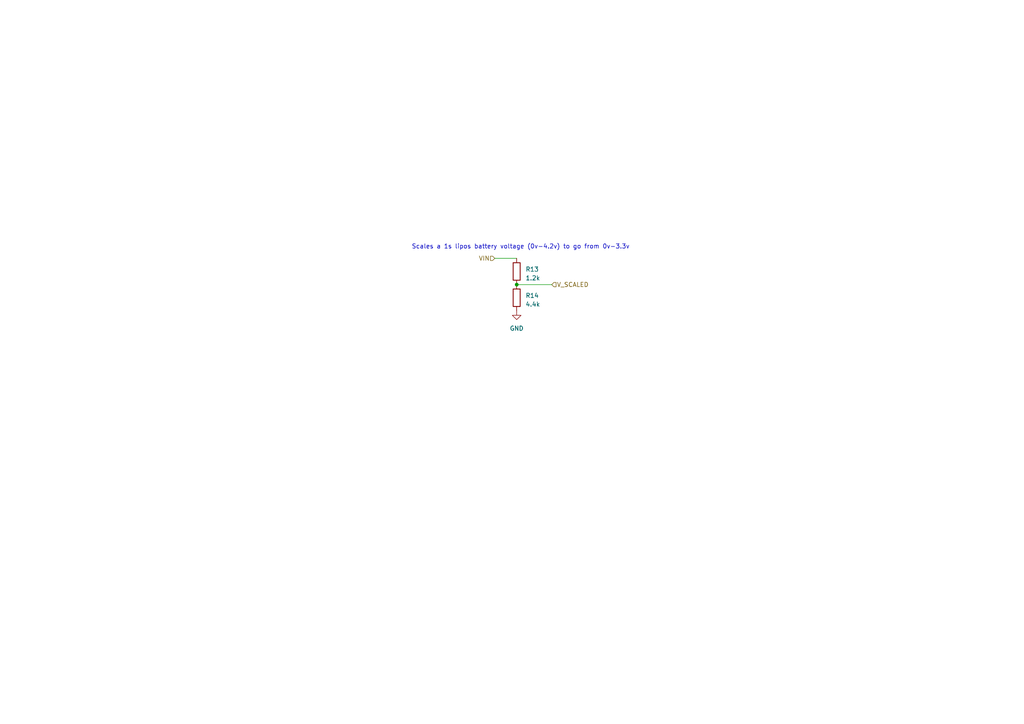
<source format=kicad_sch>
(kicad_sch (version 20230121) (generator eeschema)
  (paper "A4")
  (lib_symbols
    (symbol "Device:R" (pin_numbers hide) (pin_names (offset 0))
      (property "Reference" "R" (at 2.032 0 90))
      (property "Value" "R" (at 0 0 90))
      (symbol "R_0_1"
        (rectangle (start -1.016 -2.54) (end 1.016 2.54) (stroke (width 0.254)))
      )
      (symbol "R_1_1"
        (pin passive line (at 0 3.81 270) (length 1.27) (name "~") (number "1"))
        (pin passive line (at 0 -3.81 90) (length 1.27) (name "~") (number "2"))
      )
    )
    (symbol "power:GND" (power) (pin_names (offset 0))
      (property "Value" "GND" (at 0 -3.81 0))
      (symbol "GND_0_1"
        (polyline (pts (xy 0 0) (xy 0 -1.27) (xy 1.27 -1.27) (xy 0 -2.54) (xy -1.27 -1.27) (xy 0 -1.27)))
      )
      (symbol "GND_1_1"
        (pin power_in line (at 0 0 270) (length 0) hide (name "GND") (number "1"))
      )
    )
  )
  (junction (at 149.86 82.55))
  (wire (pts (xy 143.51 74.93) (xy 149.86 74.93)))
  (wire (pts (xy 149.86 82.55) (xy 160.02 82.55)))
  (text "Scales a 1s lipos battery voltage (0v-4.2v) to go from 0v-3.3v" (at 119.38 72.39 0) (effects (font (size 1.27 1.27)) (justify left bottom)))
  (hierarchical_label "V_SCALED" (shape input) (at 160.02 82.55 0))
  (hierarchical_label "VIN" (shape input) (at 143.51 74.93 180))
  (symbol (lib_id "Device:R") (at 149.86 86.36 0) (unit 1)
    (property "Reference" "R14" (at 152.4 85.725 0) (effects (justify left)))
    (property "Value" "4.4k" (at 152.4 88.265 0) (effects (justify left)))
    (property "Footprint" "Resistor_SMD:R_0805_2012Metric" (effects hide))
  )
  (symbol (lib_id "power:GND") (at 149.86 90.17 0) (unit 1)
    (property "Reference" "#PWR018" (effects hide))
    (property "Value" "GND" (at 149.86 95.25 0))
  )
  (symbol (lib_id "Device:R") (at 149.86 78.74 0) (unit 1)
    (property "Reference" "R13" (at 152.4 78.105 0) (effects (justify left)))
    (property "Value" "1.2k" (at 152.4 80.645 0) (effects (justify left)))
    (property "Footprint" "Resistor_SMD:R_0805_2012Metric" (effects hide))
  )
)
</source>
